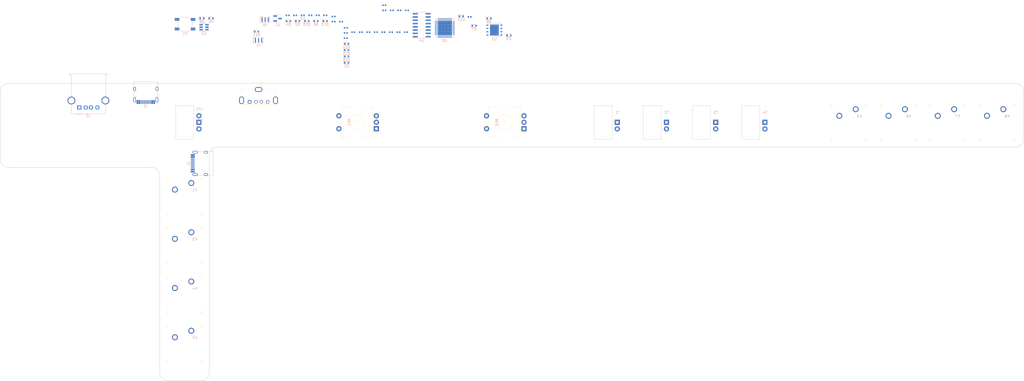
<source format=kicad_pcb>
(kicad_pcb (version 20211014) (generator pcbnew)
  (layers (0 "F.Cu" signal) (31 "B.Cu" signal) (34 "B.Paste" user) (35 "F.Paste" user) (36 "B.SilkS" user "B.Silkscreen") (37 "F.SilkS" user "F.Silkscreen") (38 "B.Mask" user) (39 "F.Mask" user) (44 "Edge.Cuts" user))
  (net 0 "")
  (net 1 "+3V3")
  (net 2 "GND")
  (net 3 "+1V1")
  (net 4 "VBUS")
  (net 5 "Net-(CU1-Pad2)")
  (net 6 "Net-(CU2-Pad2)")
  (net 7 "Net-(D1-Pad2)")
  (net 8 "12")
  (net 9 "Net-(D2-Pad2)")
  (net 10 "Net-(D3-Pad2)")
  (net 11 "Net-(D4-Pad2)")
  (net 12 "Net-(D5-Pad2)")
  (net 13 "25")
  (net 14 "Net-(D6-Pad2)")
  (net 15 "Net-(D7-Pad2)")
  (net 16 "Net-(D8-Pad2)")
  (net 17 "Net-(D9-Pad2)")
  (net 18 "24")
  (net 19 "Net-(D10-Pad2)")
  (net 20 "Net-(D11-Pad2)")
  (net 21 "Net-(D12-Pad2)")
  (net 22 "Net-(D13-Pad2)")
  (net 23 "23")
  (net 24 "Net-(D14-Pad2)")
  (net 25 "Net-(D15-Pad2)")
  (net 26 "Net-(D16-Pad2)")
  (net 27 "vUSB")
  (net 28 "UD+")
  (net 29 "Net-(J0-PadB5)")
  (net 31 "UD-")
  (net 32 "Net-(J0-PadA5)")
  (net 34 "U2+")
  (net 35 "Net-(J1-PadB5)")
  (net 37 "U2-")
  (net 38 "Net-(J1-PadA5)")
  (net 40 "D3-")
  (net 41 "D3+")
  (net 42 "D4-")
  (net 43 "D4+")
  (net 44 "15")
  (net 45 "14")
  (net 46 "DB-")
  (net 47 "DR-")
  (net 48 "DB+")
  (net 49 "DR+")
  (net 50 "Enc0A")
  (net 51 "Enc0B")
  (net 52 "Enc1A")
  (net 53 "Enc1B")
  (net 54 "CS")
  (net 55 "~{RESET}")
  (net 56 "XOUT")
  (net 57 "Net-(RX1-Pad2)")
  (net 58 "13")
  (net 59 "0")
  (net 60 "1")
  (net 61 "2")
  (net 62 "3")
  (net 63 "4")
  (net 64 "5")
  (net 65 "6")
  (net 66 "7")
  (net 67 "8")
  (net 68 "9")
  (net 69 "10")
  (net 70 "11")
  (net 71 "XIN")
  (net 74 "16")
  (net 75 "17")
  (net 76 "18")
  (net 77 "19")
  (net 78 "20")
  (net 79 "21")
  (net 80 "22")
  (net 81 "27{slash}A1")
  (net 82 "28{slash}A2")
  (net 83 "29{slash}A3")
  (net 84 "SD3")
  (net 85 "CLOCK")
  (net 86 "SD0")
  (net 87 "SD2")
  (net 88 "SD1")
  (net 89 "D2-")
  (net 90 "D1+")
  (net 91 "D2+")
  (net 92 "D1-")
  (net 93 "Net-(U4-Pad15)")
  (net 94 "Net-(U4-Pad16)")
  (footprint "EDI:SW_MX" (layer "F.Cu") (at 86.51875 143.66875)
    (fp_text reference "K2" (at 3.9685 -2.3811) (layer "B.SilkS") (effects (justify mirror)))
    (fp_text value "Keyswitch")
    (pad "" np_thru_hole circle locked (at 0 0) (size 3.9878 3.9878) (drill 3.9878) (layers *.Cu *.Mask))
    (pad "" np_thru_hole circle locked (at 5.08 0) (size 1.7018 1.7018) (drill 1.7018) (layers *.Cu *.Mask))
    (pad "" np_thru_hole circle locked (at -5.08 0) (size 1.7018 1.7018) (drill 1.7018) (layers *.Cu *.Mask))
    (pad "1" thru_hole circle locked (at 2.54 -5.08) (size 2.286 2.286) (drill 1.4986) (layers *.Cu *.Mask) (net 9 "Net-(D2-Pad2)"))
    (pad "2" thru_hole circle locked (at -3.81 -2.54) (size 2.286 2.286) (drill 1.4986) (layers *.Cu *.Mask) (net 45 "14"))
  )
  (footprint "EDI:KeyToggle-SPDT" (layer "F.Cu") (at 86.51875 57.94375)
    (fp_text reference "VT1" (at 5.588 -5.08 180) (layer "B.SilkS") (effects (justify mirror)))
    (fp_text value "SW_SPDT")
    (fp_rect (start -3.5 -6.5) (end 3.5 6.5) (layer "Edge.Cuts") (width 0.12) (fill none))
    (pad "1" thru_hole circle (at 5.492 2.54) (size 2 2) (drill 1) (layers *.Cu *.Mask) (net 11 "Net-(D4-Pad2)"))
    (pad "2" thru_hole rect (at 5.492 0) (size 2 2) (drill 1) (layers *.Cu *.Mask) (net 8 "12"))
    (pad "3" thru_hole circle (at 5.492 -2.54) (size 2 2) (drill 1) (layers *.Cu *.Mask) (net 12 "Net-(D5-Pad2)"))
  )
  (footprint "EDI:SW_MX" (layer "F.Cu") (at 343.69375 57.94375)
    (fp_text reference "K5" (at 3.9685 -2.3811) (layer "B.SilkS") (effects (justify mirror)))
    (fp_text value "Keyswitch")
    (pad "" np_thru_hole circle locked (at 5.08 0) (size 1.7018 1.7018) (drill 1.7018) (layers *.Cu *.Mask))
    (pad "" np_thru_hole circle locked (at 0 0) (size 3.9878 3.9878) (drill 3.9878) (layers *.Cu *.Mask))
    (pad "" np_thru_hole circle locked (at -5.08 0) (size 1.7018 1.7018) (drill 1.7018) (layers *.Cu *.Mask))
    (pad "1" thru_hole circle locked (at 2.54 -5.08) (size 2.286 2.286) (drill 1.4986) (layers *.Cu *.Mask) (net 19 "Net-(D10-Pad2)"))
    (pad "2" thru_hole circle locked (at -3.81 -2.54) (size 2.286 2.286) (drill 1.4986) (layers *.Cu *.Mask) (net 44 "15"))
  )
  (footprint "EDI:SW_MX" (layer "F.Cu") (at 381.79375 57.94375)
    (fp_text reference "K7" (at 3.9685 -2.3811) (layer "B.SilkS") (effects (justify mirror)))
    (fp_text value "Keyswitch")
    (pad "" np_thru_hole circle locked (at -5.08 0) (size 1.7018 1.7018) (drill 1.7018) (layers *.Cu *.Mask))
    (pad "" np_thru_hole circle locked (at 5.08 0) (size 1.7018 1.7018) (drill 1.7018) (layers *.Cu *.Mask))
    (pad "" np_thru_hole circle locked (at 0 0) (size 3.9878 3.9878) (drill 3.9878) (layers *.Cu *.Mask))
    (pad "1" thru_hole circle locked (at 2.54 -5.08) (size 2.286 2.286) (drill 1.4986) (layers *.Cu *.Mask) (net 22 "Net-(D13-Pad2)"))
    (pad "2" thru_hole circle locked (at -3.81 -2.54) (size 2.286 2.286) (drill 1.4986) (layers *.Cu *.Mask) (net 44 "15"))
  )
  (footprint "EDI:KeyToggle" (layer "F.Cu") (at 267.49375 57.94375)
    (fp_text reference "T2" (at 5.588 -3.81 180) (layer "B.SilkS") (effects (justify mirror)))
    (fp_text value "Keyswitch")
    (fp_rect (start -3.5 -6.5) (end 3.5 6.5) (layer "Edge.Cuts") (width 0.12) (fill none))
    (pad "1" thru_hole rect (at 5.492 0) (size 2 2) (drill 1) (layers *.Cu *.Mask) (net 16 "Net-(D8-Pad2)"))
    (pad "2" thru_hole circle (at 5.492 2.54) (size 2 2) (drill 1) (layers *.Cu *.Mask) (net 58 "13"))
  )
  (footprint "EDI:SW_MX" (layer "F.Cu") (at 362.74375 57.94375)
    (fp_text reference "K6" (at 3.9685 -2.3811) (layer "B.SilkS") (effects (justify mirror)))
    (fp_text value "Keyswitch")
    (pad "" np_thru_hole circle locked (at 5.08 0) (size 1.7018 1.7018) (drill 1.7018) (layers *.Cu *.Mask))
    (pad "" np_thru_hole circle locked (at 0 0) (size 3.9878 3.9878) (drill 3.9878) (layers *.Cu *.Mask))
    (pad "" np_thru_hole circle locked (at -5.08 0) (size 1.7018 1.7018) (drill 1.7018) (layers *.Cu *.Mask))
    (pad "1" thru_hole circle locked (at 2.54 -5.08) (size 2.286 2.286) (drill 1.4986) (layers *.Cu *.Mask) (net 20 "Net-(D11-Pad2)"))
    (pad "2" thru_hole circle locked (at -3.81 -2.54) (size 2.286 2.286) (drill 1.4986) (layers *.Cu *.Mask) (net 45 "14"))
  )
  (footprint "EDI:SW_MX" (layer "F.Cu") (at 86.51875 86.51875)
    (fp_text reference "K1" (at 3.9685 -2.3811) (layer "B.SilkS") (effects (justify mirror)))
    (fp_text value "Keyswitch")
    (pad "" np_thru_hole circle locked (at -5.08 0) (size 1.7018 1.7018) (drill 1.7018) (layers *.Cu *.Mask))
    (pad "" np_thru_hole circle locked (at 5.08 0) (size 1.7018 1.7018) (drill 1.7018) (layers *.Cu *.Mask))
    (pad "" np_thru_hole circle locked (at 0 0) (size 3.9878 3.9878) (drill 3.9878) (layers *.Cu *.Mask))
    (pad "1" thru_hole circle locked (at 2.54 -5.08) (size 2.286 2.286) (drill 1.4986) (layers *.Cu *.Mask) (net 7 "Net-(D1-Pad2)"))
    (pad "2" thru_hole circle locked (at -3.81 -2.54) (size 2.286 2.286) (drill 1.4986) (layers *.Cu *.Mask) (net 44 "15"))
  )
  (footprint "EDI:EC11E-SW" (layer "F.Cu") (at 153.19375 57.94375 90)
    (fp_text reference "RE1" (at 0 -3 90) (layer "B.SilkS") (effects (justify mirror)))
    (fp_text value "EC11E-SW")
    (pad "1" thru_hole circle (at 2.5362 -7.007 180) (size 2 2) (drill 1) (layers *.Cu *.Mask) (net 17 "Net-(D9-Pad2)"))
    (pad "2" thru_hole circle (at -2.4638 -7.007 180) (size 2 2) (drill 1) (layers *.Cu *.Mask) (net 8 "12"))
    (pad "A" thru_hole rect (at -2.4638 7.493 180) (size 2 2) (drill 1) (layers *.Cu *.Mask) (net 50 "Enc0A"))
    (pad "B" thru_hole circle (at 2.5362 7.493 180) (size 2 2) (drill 1) (layers *.Cu *.Mask) (net 51 "Enc0B"))
    (pad "C" thru_hole circle (at 0.0362 7.493 180) (size 2 2) (drill 1) (layers *.Cu *.Mask) (net 2 "GND"))
  )
  (footprint "EDI:KeyToggle" (layer "F.Cu") (at 248.44375 57.94375)
    (fp_text reference "T1" (at 5.588 -3.81 180) (layer "B.SilkS") (effects (justify mirror)))
    (fp_text value "Keyswitch")
    (fp_rect (start -3.5 -6.5) (end 3.5 6.5) (layer "Edge.Cuts") (width 0.12) (fill none))
    (pad "1" thru_hole rect (at 5.492 0) (size 2 2) (drill 1) (layers *.Cu *.Mask) (net 10 "Net-(D3-Pad2)"))
    (pad "2" thru_hole circle (at 5.492 2.54) (size 2 2) (drill 1) (layers *.Cu *.Mask) (net 58 "13"))
  )
  (footprint "Connector_USB:USB_A_Molex_105057_Vertical" (layer "F.Cu") (at 111.59375 50.01)
    (fp_text reference "J3" (at 4.4 -7.05) (layer "F.SilkS"))
    (fp_text value "USB_A")
    (pad "1" thru_hole rect locked (at 0 0) (size 1.3 1.3) (drill 0.9) (layers *.Cu *.Mask) (net 4 "VBUS"))
    (pad "2" thru_hole circle locked (at 2.5 0) (size 1.3 1.3) (drill 0.9) (layers *.Cu *.Mask) (net 42 "D4-"))
    (pad "3" thru_hole circle locked (at 4.5 0) (size 1.3 1.3) (drill 0.9) (layers *.Cu *.Mask) (net 43 "D4+"))
    (pad "4" thru_hole circle locked (at 7 0) (size 1.3 1.3) (drill 0.9) (layers *.Cu *.Mask) (net 2 "GND"))
    (pad "5" thru_hole oval locked (at -3.07 -0.6 180) (size 1.9 2.9) (drill oval 1.3 2.3) (layers *.Cu *.Mask) (net 2 "GND"))
    (pad "5" thru_hole oval locked (at 10.07 -0.6) (size 1.9 2.9) (drill oval 1.3 2.3) (layers *.Cu *.Mask) (net 2 "GND"))
    (pad "5" thru_hole oval locked (at 3.5 -4.78 90) (size 1.9 2.9) (drill oval 1.3 2.3) (layers *.Cu *.Mask) (net 2 "GND"))
  )
  (footprint "EDI:KeyToggle" (layer "F.Cu") (at 286.54375 57.94375)
    (fp_text reference "T3" (at 5.588 -3.81 180) (layer "B.SilkS") (effects (justify mirror)))
    (fp_text value "Keyswitch")
    (fp_rect (start -3.5 -6.5) (end 3.5 6.5) (layer "Edge.Cuts") (width 0.12) (fill none))
    (pad "1" thru_hole rect (at 5.492 0) (size 2 2) (drill 1) (layers *.Cu *.Mask) (net 21 "Net-(D12-Pad2)"))
    (pad "2" thru_hole circle (at 5.492 2.54) (size 2 2) (drill 1) (layers *.Cu *.Mask) (net 58 "13"))
  )
  (footprint "EDI:SW_MX" (layer "F.Cu") (at 86.51875 105.56875)
    (fp_text reference "K3" (at 3.9685 -2.3811) (layer "B.SilkS") (effects (justify mirror)))
    (fp_text value "Keyswitch")
    (pad "" np_thru_hole circle locked (at 5.08 0) (size 1.7018 1.7018) (drill 1.7018) (layers *.Cu *.Mask))
    (pad "" np_thru_hole circle locked (at -5.08 0) (size 1.7018 1.7018) (drill 1.7018) (layers *.Cu *.Mask))
    (pad "" np_thru_hole circle locked (at 0 0) (size 3.9878 3.9878) (drill 3.9878) (layers *.Cu *.Mask))
    (pad "1" thru_hole circle locked (at 2.54 -5.08) (size 2.286 2.286) (drill 1.4986) (layers *.Cu *.Mask) (net 14 "Net-(D6-Pad2)"))
    (pad "2" thru_hole circle locked (at -3.81 -2.54) (size 2.286 2.286) (drill 1.4986) (layers *.Cu *.Mask) (net 44 "15"))
  )
  (footprint "EDI:KeyToggle" (layer "F.Cu") (at 305.59375 57.94375)
    (fp_text reference "T4" (at 5.588 -3.81 180) (layer "B.SilkS") (effects (justify mirror)))
    (fp_text value "Keyswitch")
    (fp_rect (start -3.5 -6.5) (end 3.5 6.5) (layer "Edge.Cuts") (width 0.12) (fill none))
    (pad "1" thru_hole rect (at 5.492 0) (size 2 2) (drill 1) (layers *.Cu *.Mask) (net 25 "Net-(D15-Pad2)"))
    (pad "2" thru_hole circle (at 5.492 2.54) (size 2 2) (drill 1) (layers *.Cu *.Mask) (net 58 "13"))
  )
  (footprint "EDI:SW_MX" (layer "F.Cu") (at 86.51875 124.61875)
    (fp_text reference "K4" (at 3.9685 -2.3811) (layer "B.SilkS") (effects (justify mirror)))
    (fp_text value "Keyswitch")
    (pad "" np_thru_hole circle locked (at -5.08 0) (size 1.7018 1.7018) (drill 1.7018) (layers *.Cu *.Mask))
    (pad "" np_thru_hole circle locked (at 0 0) (size 3.9878 3.9878) (drill 3.9878) (layers *.Cu *.Mask))
    (pad "" np_thru_hole circle locked (at 5.08 0) (size 1.7018 1.7018) (drill 1.7018) (layers *.Cu *.Mask))
    (pad "1" thru_hole circle locked (at 2.54 -5.08) (size 2.286 2.286) (drill 1.4986) (layers *.Cu *.Mask) (net 15 "Net-(D7-Pad2)"))
    (pad "2" thru_hole circle locked (at -3.81 -2.54) (size 2.286 2.286) (drill 1.4986) (layers *.Cu *.Mask) (net 45 "14"))
  )
  (footprint "EDI:SW_MX" (layer "F.Cu") (at 400.84375 57.94375)
    (fp_text reference "K8" (at 3.9685 -2.3811) (layer "B.SilkS") (effects (justify mirror)))
    (fp_text value "Keyswitch")
    (pad "" np_thru_hole circle locked (at 5.08 0) (size 1.7018 1.7018) (drill 1.7018) (layers *.Cu *.Mask))
    (pad "" np_thru_hole circle locked (at 0 0) (size 3.9878 3.9878) (drill 3.9878) (layers *.Cu *.Mask))
    (pad "" np_thru_hole circle locked (at -5.08 0) (size 1.7018 1.7018) (drill 1.7018) (layers *.Cu *.Mask))
    (pad "1" thru_hole circle locked (at 2.54 -5.08) (size 2.286 2.286) (drill 1.4986) (layers *.Cu *.Mask) (net 24 "Net-(D14-Pad2)"))
    (pad "2" thru_hole circle locked (at -3.81 -2.54) (size 2.286 2.286) (drill 1.4986) (layers *.Cu *.Mask) (net 45 "14"))
  )
  (footprint "EDI:EC11E-SW" (layer "F.Cu") (at 210.34375 57.94375 90)
    (fp_text reference "RE2" (at 0 -3 90) (layer "B.SilkS") (effects (justify mirror)))
    (fp_text value "EC11E-SW")
    (pad "1" thru_hole circle (at 2.5362 -7.007 180) (size 2 2) (drill 1) (layers *.Cu *.Mask) (net 26 "Net-(D16-Pad2)"))
    (pad "2" thru_hole circle (at -2.4638 -7.007 180) (size 2 2) (drill 1) (layers *.Cu *.Mask) (net 8 "12"))
    (pad "A" thru_hole rect (at -2.4638 7.493 180) (size 2 2) (drill 1) (layers *.Cu *.Mask) (net 52 "Enc1A"))
    (pad "B" thru_hole circle (at 2.5362 7.493 180) (size 2 2) (drill 1) (layers *.Cu *.Mask) (net 53 "Enc1B"))
    (pad "C" thru_hole circle (at 0.0362 7.493 180) (size 2 2) (drill 1) (layers *.Cu *.Mask) (net 2 "GND"))
  )
  (footprint "EDI:Passive_0402_1005Metric" (layer "B.Cu") (at 163.775 14.59)
    (fp_text reference "RF2" hide)
    (fp_text value "1k")
    (pad "1" smd roundrect (at -0.485 0) (size 0.59 0.64) (layers "B.Cu" "B.Paste" "B.Mask") (net 1 "+3V3"))
    (pad "2" smd roundrect (at 0.485 0) (size 0.59 0.64) (layers "B.Cu" "B.Paste" "B.Mask") (net 54 "CS"))
  )
  (footprint "EDI:Passive_0402_1005Metric" (layer "B.Cu") (at 172.1375 23.03)
    (fp_text reference "RD0" hide)
    (fp_text value "27.4")
    (pad "1" smd roundrect (at -0.485 0) (size 0.59 0.64) (layers "B.Cu" "B.Paste" "B.Mask") (net 46 "DB-"))
    (pad "2" smd roundrect (at 0.485 0) (size 0.59 0.64) (layers "B.Cu" "B.Paste" "B.Mask") (net 47 "DR-"))
  )
  (footprint "EDI:Passive_0402_1005Metric" (layer "B.Cu") (at 166.3175 23.03)
    (fp_text reference "C11" hide)
    (fp_text value "1uf")
    (pad "1" smd roundrect (at -0.485 0) (size 0.59 0.64) (layers "B.Cu" "B.Paste" "B.Mask") (net 3 "+1V1"))
    (pad "2" smd roundrect (at 0.485 0) (size 0.59 0.64) (layers "B.Cu" "B.Paste" "B.Mask") (net 2 "GND"))
  )
  (footprint "Crystal:Resonator_SMD_Murata_CSTxExxV-3Pin_3.0x1.1mm" (layer "B.Cu") (at 115.09375 26.18875)
    (fp_text reference "Y1" (at 0 2 180) (layer "B.SilkS") (effects (justify mirror)))
    (fp_text value "CSTCE12M0G55-R0")
    (pad "1" smd rect locked (at -1.2 0) (size 0.4 1.9) (layers "B.Cu" "B.Paste" "B.Mask") (net 93 "Net-(U4-Pad15)"))
    (pad "2" smd rect locked (at 0 0) (size 0.4 1.9) (layers "B.Cu" "B.Paste" "B.Mask") (net 2 "GND"))
    (pad "3" smd rect locked (at 1.2 0) (size 0.4 1.9) (layers "B.Cu" "B.Paste" "B.Mask") (net 94 "Net-(U4-Pad16)"))
  )
  (footprint "Connector_USB:USB_A_Molex_67643_Horizontal" (layer "B.Cu") (at 45.7125 52.19125)
    (fp_text reference "J2" (at 3.5 3.19) (layer "B.SilkS") (effects (justify mirror)))
    (fp_text value "USB_A")
    (pad "1" thru_hole rect locked (at 0 0) (size 1.6 1.5) (drill 0.95) (layers *.Cu *.Mask) (net 4 "VBUS"))
    (pad "2" thru_hole circle locked (at 2.5 0) (size 1.6 1.6) (drill 0.95) (layers *.Cu *.Mask) (net 40 "D3-"))
    (pad "3" thru_hole circle locked (at 4.5 0) (size 1.6 1.6) (drill 0.95) (layers *.Cu *.Mask) (net 41 "D3+"))
    (pad "4" thru_hole circle locked (at 7 0) (size 1.6 1.6) (drill 0.95) (layers *.Cu *.Mask) (net 2 "GND"))
    (pad "5" thru_hole circle locked (at 10.07 -2.71) (size 3 3) (drill 2.3) (layers *.Cu *.Mask) (net 2 "GND"))
    (pad "5" thru_hole circle locked (at -3.07 -2.71) (size 3 3) (drill 2.3) (layers *.Cu *.Mask) (net 2 "GND"))
  )
  (footprint "EDI:Passive_0402_1005Metric" (layer "B.Cu") (at 138.0075 16.52)
    (fp_text reference "CU2" hide)
    (fp_text value "10uF")
    (pad "1" smd roundrect (at -0.485 0) (size 0.59 0.64) (layers "B.Cu" "B.Paste" "B.Mask") (net 2 "GND"))
    (pad "2" smd roundrect (at 0.485 0) (size 0.59 0.64) (layers "B.Cu" "B.Paste" "B.Mask") (net 6 "Net-(CU2-Pad2)"))
  )
  (footprint "Diode_SMD:D_SOD-523" (layer "B.Cu") (at 93.1875 17.65)
    (fp_text reference "D8" (at 0 1.3 180) (layer "B.SilkS") (effects (justify mirror)))
    (fp_text value "SOD523")
    (pad "1" smd rect locked (at -0.7 0 180) (size 0.6 0.7) (layers "B.Cu" "B.Paste" "B.Mask") (net 13 "25"))
    (pad "2" smd rect locked (at 0.7 0 180) (size 0.6 0.7) (layers "B.Cu" "B.Paste" "B.Mask") (net 16 "Net-(D8-Pad2)"))
  )
  (footprint "EDI:Passive_0402_1005Metric" (layer "B.Cu") (at 147.0275 18.97)
    (fp_text reference "C2" hide)
    (fp_text value "100nF")
    (pad "1" smd roundrect (at -0.485 0) (size 0.59 0.64) (layers "B.Cu" "B.Paste" "B.Mask") (net 1 "+3V3"))
    (pad "2" smd roundrect (at 0.485 0) (size 0.59 0.64) (layers "B.Cu" "B.Paste" "B.Mask") (net 2 "GND"))
  )
  (footprint "Button_Switch_SMD:SW_SPST_SKQG_WithoutStem" (layer "B.Cu") (at 86.6375 19.95)
    (fp_text reference "S1" (at 0 3.6 180) (layer "B.SilkS") (effects (justify mirror)))
    (fp_text value "RESET")
    (pad "1" smd rect locked (at 3.1 1.85) (size 1.8 1.1) (layers "B.Cu" "B.Paste" "B.Mask") (net 2 "GND"))
    (pad "1" smd rect locked (at -3.1 1.85) (size 1.8 1.1) (layers "B.Cu" "B.Paste" "B.Mask") (net 2 "GND"))
    (pad "2" smd rect locked (at 3.1 -1.85) (size 1.8 1.1) (layers "B.Cu" "B.Paste" "B.Mask") (net 55 "~{RESET}"))
    (pad "2" smd rect locked (at -3.1 -1.85) (size 1.8 1.1) (layers "B.Cu" "B.Paste" "B.Mask") (net 55 "~{RESET}"))
  )
  (footprint "Diode_SMD:D_SOD-523" (layer "B.Cu") (at 114.30875 22.80375)
    (fp_text reference "D11" (at 0 1.3 180) (layer "B.SilkS") (effects (justify mirror)))
    (fp_text value "SOD523")
    (pad "1" smd rect locked (at -0.7 0 180) (size 0.6 0.7) (layers "B.Cu" "B.Paste" "B.Mask") (net 18 "24"))
    (pad "2" smd rect locked (at 0.7 0 180) (size 0.6 0.7) (layers "B.Cu" "B.Paste" "B.Mask") (net 20 "Net-(D11-Pad2)"))
  )
  (footprint "Diode_SMD:D_SOD-523" (layer "B.Cu") (at 140.8875 18.74)
    (fp_text reference "D13" (at 0 1.3 180) (layer "B.SilkS") (effects (justify mirror)))
    (fp_text value "SOD523")
    (pad "1" smd rect locked (at -0.7 0 180) (size 0.6 0.7) (layers "B.Cu" "B.Paste" "B.Mask") (net 23 "23"))
    (pad "2" smd rect locked (at 0.7 0 180) (size 0.6 0.7) (layers "B.Cu" "B.Paste" "B.Mask") (net 22 "Net-(D13-Pad2)"))
  )
  (footprint "Connector_USB:USB_C_Receptacle_HRO_TYPE-C-31-M-12" (layer "B.Cu") (at 71.4375 46.0375)
    (fp_text reference "J0" (at 0 5.645) (layer "B.SilkS") (effects (justify mirror)))
    (fp_text value "USB")
    (pad "" np_thru_hole circle locked (at 2.89 2.6) (size 0.65 0.65) (drill 0.65) (layers *.Cu *.Mask))
    (pad "" np_thru_hole circle locked (at -2.89 2.6) (size 0.65 0.65) (drill 0.65) (layers *.Cu *.Mask))
    (pad "A1" smd rect locked (at -3.25 4.045) (size 0.6 1.45) (layers "B.Cu" "B.Paste" "B.Mask") (net 2 "GND"))
    (pad "A4" smd rect locked (at -2.45 4.045) (size 0.6 1.45) (layers "B.Cu" "B.Paste" "B.Mask") (net 27 "vUSB"))
    (pad "A5" smd rect locked (at -1.25 4.045) (size 0.3 1.45) (layers "B.Cu" "B.Paste" "B.Mask") (net 32 "Net-(J0-PadA5)"))
    (pad "A6" smd rect locked (at -0.25 4.045) (size 0.3 1.45) (layers "B.Cu" "B.Paste" "B.Mask") (net 28 "UD+"))
    (pad "A7" smd rect locked (at 0.25 4.045) (size 0.3 1.45) (layers "B.Cu" "B.Paste" "B.Mask") (net 31 "UD-"))
    (pad "A8" smd rect locked (at 1.25 4.045) (size 0.3 1.45) (layers "B.Cu" "B.Paste" "B.Mask"))
    (pad "A9" smd rect locked (at 2.45 4.045) (size 0.6 1.45) (layers "B.Cu" "B.Paste" "B.Mask") (net 27 "vUSB"))
    (pad "A12" smd rect locked (at 3.25 4.045) (size 0.6 1.45) (layers "B.Cu" "B.Paste" "B.Mask") (net 2 "GND"))
    (pad "B1" smd rect locked (at 3.25 4.045) (size 0.6 1.45) (layers "B.Cu" "B.Paste" "B.Mask") (net 2 "GND"))
    (pad "B4" smd rect locked (at 2.45 4.045) (size 0.6 1.45) (layers "B.Cu" "B.Paste" "B.Mask") (net 27 "vUSB"))
    (pad "B5" smd rect locked (at 1.75 4.045) (size 0.3 1.45) (layers "B.Cu" "B.Paste" "B.Mask") (net 29 "Net-(J0-PadB5)"))
    (pad "B6" smd rect locked (at 0.75 4.045) (size 0.3 1.45) (layers "B.Cu" "B.Paste" "B.Mask") (net 28 "UD+"))
    (pad "B7" smd rect locked (at -0.75 4.045) (size 0.3 1.45) (layers "B.Cu" "B.Paste" "B.Mask") (net 31 "UD-"))
    (pad "B8" smd rect locked (at -1.75 4.045) (size 0.3 1.45) (layers "B.Cu" "B.Paste" "B.Mask"))
    (pad "B9" smd rect locked (at -2.45 4.045) (size 0.6 1.45) (layers "B.Cu" "B.Paste" "B.Mask") (net 27 "vUSB"))
    (pad "B12" smd rect locked (at -3.25 4.045) (size 0.6 1.45) (layers "B.Cu" "B.Paste" "B.Mask") (net 2 "GND"))
    (pad "S1" thru_hole oval locked (at -4.32 3.13) (size 1 2.1) (drill oval 0.6 1.7) (layers *.Cu *.Mask) (net 2 "GND"))
    (pad "S1" thru_hole oval locked (at -4.32 -1.05) (size 1 1.6) (drill oval 0.6 1.2) (layers *.Cu *.Mask) (net 2 "GND"))
    (pad "S1" thru_hole oval locked (at 4.32 -1.05) (size 1 1.6) (drill oval 0.6 1.2) (layers *.Cu *.Mask) (net 2 "GND"))
    (pad "S1" thru_hole oval locked (at 4.32 3.13) (size 1 2.1) (drill oval 0.6 1.7) (layers *.Cu *.Mask) (net 2 "GND"))
  )
  (footprint "EDI:Passive_0402_1005Metric" (layer "B.Cu") (at 154.6775 23.03)
    (fp_text reference "RD1" hide)
    (fp_text value "27.4")
    (pad "1" smd roundrect (at -0.485 0) (size 0.59 0.64) (layers "B.Cu" "B.Paste" "B.Mask") (net 48 "DB+"))
    (pad "2" smd roundrect (at 0.485 0) (size 0.59 0.64) (layers "B.Cu" "B.Paste" "B.Mask") (net 49 "DR+"))
  )
  (footprint "EDI:Passive_0402_1005Metric" (layer "B.Cu") (at 126.3675 16.52)
    (fp_text reference "RC21" hide)
    (fp_text value "5k1")
    (pad "1" smd roundrect (at -0.485 0) (size 0.59 0.64) (layers "B.Cu" "B.Paste" "B.Mask") (net 38 "Net-(J1-PadA5)"))
    (pad "2" smd roundrect (at 0.485 0) (size 0.59 0.64) (layers "B.Cu" "B.Paste" "B.Mask") (net 2 "GND"))
  )
  (footprint "EDI:Passive_0402_1005Metric" (layer "B.Cu") (at 135.0975 16.52)
    (fp_text reference "RC1" hide)
    (fp_text value "5k1")
    (pad "1" smd roundrect (at -0.485 0) (size 0.59 0.64) (layers "B.Cu" "B.Paste" "B.Mask") (net 32 "Net-(J0-PadA5)"))
    (pad "2" smd roundrect (at 0.485 0) (size 0.59 0.64) (layers "B.Cu" "B.Paste" "B.Mask") (net 2 "GND"))
  )
  (footprint "EDI:Passive_0402_1005Metric" (layer "B.Cu") (at 169.595 14.59)
    (fp_text reference "CP0" hide)
    (fp_text value "1uf")
    (pad "1" smd roundrect (at -0.485 0) (size 0.59 0.64) (layers "B.Cu" "B.Paste" "B.Mask") (net 2 "GND"))
    (pad "2" smd roundrect (at 0.485 0) (size 0.59 0.64) (layers "B.Cu" "B.Paste" "B.Mask") (net 4 "VBUS"))
  )
  (footprint "Package_DFN_QFN:QFN-56-1EP_7x7mm_P0.4mm_EP5.6x5.6mm_ThermalVias" (layer "B.Cu") (at 187.165 21.41)
    (fp_text reference "U0" (at 0 4.82 180) (layer "B.SilkS") (effects (justify mirror)))
    (fp_text value "RP2040")
    (pad "1" smd roundrect locked (at -3.4375 2.6) (size 0.875 0.2) (layers "B.Cu" "B.Paste" "B.Mask") (net 1 "+3V3"))
    (pad "2" smd roundrect locked (at -3.4375 2.2) (size 0.875 0.2) (layers "B.Cu" "B.Paste" "B.Mask") (net 59 "0"))
    (pad "3" smd roundrect locked (at -3.4375 1.8) (size 0.875 0.2) (layers "B.Cu" "B.Paste" "B.Mask") (net 60 "1"))
    (pad "4" smd roundrect locked (at -3.4375 1.4) (size 0.875 0.2) (layers "B.Cu" "B.Paste" "B.Mask") (net 61 "2"))
    (pad "5" smd roundrect locked (at -3.4375 1) (size 0.875 0.2) (layers "B.Cu" "B.Paste" "B.Mask") (net 62 "3"))
    (pad "6" smd roundrect locked (at -3.4375 0.6) (size 0.875 0.2) (layers "B.Cu" "B.Paste" "B.Mask") (net 63 "4"))
    (pad "7" smd roundrect locked (at -3.4375 0.2) (size 0.875 0.2) (layers "B.Cu" "B.Paste" "B.Mask") (net 64 "5"))
    (pad "8" smd roundrect locked (at -3.4375 -0.2) (size 0.875 0.2) (layers "B.Cu" "B.Paste" "B.Mask") (net 65 "6"))
    (pad "9" smd roundrect locked (at -3.4375 -0.6) (size 0.875 0.2) (layers "B.Cu" "B.Paste" "B.Mask") (net 66 "7"))
    (pad "10" smd roundrect locked (at -3.4375 -1) (size 0.875 0.2) (layers "B.Cu" "B.Paste" "B.Mask") (net 1 "+3V3"))
    (pad "11" smd roundrect locked (at -3.4375 -1.4) (size 0.875 0.2) (layers "B.Cu" "B.Paste" "B.Mask") (net 67 "8"))
    (pad "12" smd roundrect locked (at -3.4375 -1.8) (size 0.875 0.2) (layers "B.Cu" "B.Paste" "B.Mask") (net 68 "9"))
    (pad "13" smd roundrect locked (at -3.4375 -2.2) (size 0.875 0.2) (layers "B.Cu" "B.Paste" "B.Mask") (net 69 "10"))
    (pad "14" smd roundrect locked (at -3.4375 -2.6) (size 0.875 0.2) (layers "B.Cu" "B.Paste" "B.Mask") (net 70 "11"))
    (pad "15" smd roundrect locked (at -2.6 -3.4375) (size 0.2 0.875) (layers "B.Cu" "B.Paste" "B.Mask") (net 8 "12"))
    (pad "16" smd roundrect locked (at -2.2 -3.4375) (size 0.2 0.875) (layers "B.Cu" "B.Paste" "B.Mask") (net 58 "13"))
    (pad "17" smd roundrect locked (at -1.8 -3.4375) (size 0.2 0.875) (layers "B.Cu" "B.Paste" "B.Mask") (net 45 "14"))
    (pad "18" smd roundrect locked (at -1.4 -3.4375) (size 0.2 0.875) (layers "B.Cu" "B.Paste" "B.Mask") (net 44 "15"))
    (pad "19" smd roundrect locked (at -1 -3.4375) (size 0.2 0.875) (layers "B.Cu" "B.Paste" "B.Mask") (net 2 "GND"))
    (pad "20" smd roundrect locked (at -0.6 -3.4375) (size 0.2 0.875) (layers "B.Cu" "B.Paste" "B.Mask") (net 71 "XIN"))
    (pad "21" smd roundrect locked (at -0.2 -3.4375) (size 0.2 0.875) (layers "B.Cu" "B.Paste" "B.Mask") (net 56 "XOUT"))
    (pad "22" smd roundrect locked (at 0.2 -3.4375) (size 0.2 0.875) (layers "B.Cu" "B.Paste" "B.Mask") (net 1 "+3V3"))
    (pad "23" smd roundrect locked (at 0.6 -3.4375) (size 0.2 0.875) (layers "B.Cu" "B.Paste" "B.Mask") (net 3 "+1V1"))
    (pad "24" smd roundrect locked (at 1 -3.4375) (size 0.2 0.875) (layers "B.Cu" "B.Paste" "B.Mask"))
    (pad "25" smd roundrect locked (at 1.4 -3.4375) (size 0.2 0.875) (layers "B.Cu" "B.Paste" "B.Mask"))
    (pad "26" smd roundrect locked (at 1.8 -3.4375) (size 0.2 0.875) (layers "B.Cu" "B.Paste" "B.Mask") (net 55 "~{RESET}"))
    (pad "27" smd roundrect locked (at 2.2 -3.4375) (size 0.2 0.875) (layers "B.Cu" "B.Paste" "B.Mask") (net 74 "16"))
    (pad "28" smd roundrect locked (at 2.6 -3.4375) (size 0.2 0.875) (layers "B.Cu" "B.Paste" "B.Mask") (net 75 "17"))
    (pad "29" smd roundrect locked (at 3.4375 -2.6) (size 0.875 0.2) (layers "B.Cu" "B.Paste" "B.Mask") (net 76 "18"))
    (pad "30" smd roundrect locked (at 3.4375 -2.2) (size 0.875 0.2) (layers "B.Cu" "B.Paste" "B.Mask") (net 77 "19"))
    (pad "31" smd roundrect locked (at 3.4375 -1.8) (size 0.875 0.2) (layers "B.Cu" "B.Paste" "B.Mask") (net 78 "20"))
    (pad "32" smd roundrect locked (at 3.4375 -1.4) (size 0.875 0.2) (layers "B.Cu" "B.Paste" "B.Mask") (net 79 "21"))
    (pad "33" smd roundrect locked (at 3.4375 -1) (size 0.875 0.2) (layers "B.Cu" "B.Paste" "B.Mask") (net 1 "+3V3"))
    (pad "34" smd roundrect locked (at 3.4375 -0.6) (size 0.875 0.2) (layers "B.Cu" "B.Paste" "B.Mask") (net 80 "22"))
    (pad "35" smd roundrect locked (at 3.4375 -0.2) (size 0.875 0.2) (layers "B.Cu" "B.Paste" "B.Mask") (net 23 "23"))
    (pad "36" smd roundrect locked (at 3.4375 0.2) (size 0.875 0.2) (layers "B.Cu" "B.Paste" "B.Mask") (net 18 "24"))
    (pad "37" smd roundrect locked (at 3.4375 0.6) (size 0.875 0.2) (layers "B.Cu" "B.Paste" "B.Mask") (net 13 "25"))
    (pad "38" smd roundrect locked (at 3.4375 1) (size 0.875 0.2) (layers "B.Cu" "B.Paste" "B.Mask") (net 8 "12"))
    (pad "39" smd roundrect locked (at 3.4375 1.4) (size 0.875 0.2) (layers "B.Cu" "B.Paste" "B.Mask") (net 81 "27{slash}A1"))
    (pad "40" smd roundrect locked (at 3.4375 1.8) (size 0.875 0.2) (layers "B.Cu" "B.Paste" "B.Mask") (net 82 "28{slash}A2"))
    (pad "41" smd roundrect locked (at 3.4375 2.2) (size 0.875 0.2) (layers "B.Cu" "B.Paste" "B.Mask") (net 83 "29{slash}A3"))
    (pad "42" smd roundrect locked (at 3.4375 2.6) (size 0.875 0.2) (layers "B.Cu" "B.Paste" "B.Mask") (net 1 "+3V3"))
    (pad "43" smd roundrect locked (at 2.6 3.4375) (size 0.2 0.875) (layers "B.Cu" "B.Paste" "B.Mask") (net 1 "+3V3"))
    (pad "44" smd roundrect locked (at 2.2 3.4375) (size 0.2 0.875) (layers "B.Cu" "B.Paste" "B.Mask") (net 1 "+3V3"))
    (pad "45" smd roundrect locked (at 1.8 3.4375) (size 0.2 0.875) (layers "B.Cu" "B.Paste" "B.Mask") (net 3 "+1V1"))
    (pad "46" smd roundrect locked (at 1.4 3.4375) (size 0.2 0.875) (layers "B.Cu" "B.Paste" "B.Mask") (net 47 "DR-"))
    (pad "47" smd roundrect locked (at 1 3.4375) (size 0.2 0.875) (layers "B.Cu" "B.Paste" "B.Mask") (net 49 "DR+"))
    (pad "48" smd roundrect locked (at 0.6 3.4375) (size 0.2 0.875) (layers "B.Cu" "B.Paste" "B.Mask") (net 1 "+3V3"))
    (pad "49" smd roundrect locked (at 0.2 3.4375) (size 0.2 0.875) (layers "B.Cu" "B.Paste" "B.Mask") (net 1 "+3V3"))
    (pad "50" smd roundrect locked (at -0.2 3.4375) (size 0.2 0.875) (layers "B.Cu" "B.Paste" "B.Mask") (net 3 "+1V1"))
    (pad "51" smd roundrect locked (at -0.6 3.4375) (size 0.2 0.875) (layers "B.Cu" "B.Paste" "B.Mask") (net 84 "SD3"))
    (pad "52" smd roundrect locked (at -1 3.4375) (size 0.2 0.875) (layers "B.Cu" "B.Paste" "B.Mask") (net 85 "CLOCK"))
    (pad "53" smd roundrect locked (at -1.4 3.4375) (size 0.2 0.875) (layers "B.Cu" "B.Paste" "B.Mask") (net 86 "SD0"))
    (pad "54" smd roundrect locked (at -1.8 3.4375) (size 0.2 0.875) (layers "B.Cu" "B.Paste" "B.Mask") (net 87 "SD2"))
    (pad "55" smd roundrect locked (at -2.2 3.4375) (size 0.2 0.875) (layers "B.Cu" "B.Paste" "B.Mask") (net 88 "SD1"))
    (pad "56" smd roundrect locked (at -2.6 3.4375) (size 0.2 0.875) (layers "B.Cu" "B.Paste" "B.Mask") (net 54 "CS"))
    (pad "57" thru_hole circle locked (at -1.275 2.55) (size 0.5 0.5) (drill 0.2) (layers *.Cu) (net 2 "GND"))
    (pad "57" thru_hole circle locked (at -2.55 -1.275) (size 0.5 0.5) (drill 0.2) (layers *.Cu) (net 2 "GND"))
    (pad "57" thru_hole circle locked (at 0 1.275) (size 0.5 0.5) (drill 0.2) (layers *.Cu) (net 2 "GND"))
    (pad "57" thru_hole circle locked (at 1.275 -2.55) (size 0.5 0.5) (drill 0.2) (layers *.Cu) (net 2 "GND"))
    (pad "57" thru_hole circle locked (at 1.275 0) (size 0.5 0.5) (drill 0.2) (layers *.Cu) (net 2 "GND"))
    (pad "57" thru_hole circle locked (at 0 0) (size 0.5 0.5) (drill 0.2) (layers *.Cu) (net 2 "GND"))
    (pad "57" smd rect locked (at 0 0) (size 5.6 5.6) (layers "B.Cu" "B.Mask") (net 2 "GND"))
    (pad "57" thru_hole circle locked (at -1.275 1.275) (size 0.5 0.5) (drill 0.2) (layers *.Cu) (net 2 "GND"))
    (pad "57" thru_hole circle locked (at 2.55 2.55) (size 0.5 0.5) (drill 0.2) (layers *.Cu) (net 2 "GND"))
    (pad "57" thru_hole circle locked (at -2.55 -2.55) (size 0.5 0.5) (drill 0.2) (layers *.Cu) (net 2 "GND"))
    (pad "57" thru_hole circle locked (at 1.275 2.55) (size 0.5 0.5) (drill 0.2) (layers *.Cu) (net 2 "GND"))
    (pad "57" thru_hole circle locked (at -2.55 1.275) (size 0.5 0.5) (drill 0.2) (layers *.Cu) (net 2 "GND"))
    (pad "57" thru_hole circle locked (at -2.55 0) (size 0.5 0.5) (drill 0.2) (layers *.Cu) (net 2 "GND"))
    (pad "57" smd rect locked (at 0 0) (size 5.6 5.6) (layers "F.Cu") (net 2 "GND"))
    (pad "57" thru_hole circle locked (at 2.55 -1.275) (size 0.5 0.5) (drill 0.2) (layers *.Cu) (net 2 "GND"))
    (pad "57" thru_hole circle locked (at -1.275 0) (size 0.5 0.5) (drill 0.2) (layers *.Cu) (net 2 "GND"))
    (pad "57" thru_hole circle locked (at 2.55 -2.55) (size 0.5 0.5) (drill 0.2) (layers *.Cu) (net 2 "GND"))
    (pad "57" thru_hole circle locked (at -1.275 -2.55) (size 0.5 0.5) (drill 0.2) (layers *.Cu) (net 2 "GND"))
    (pad "57" thru_hole circle locked (at 0 2.55) (size 0.5 0.5) (drill 0.2) (layers *.Cu) (net 2 "GND"))
    (pad "57" thru_hole circle locked (at 1.275 1.275) (size 0.5 0.5) (drill 0.2) (layers *.Cu) (net 2 "GND"))
    (pad "57" thru_hole circle locked (at 2.55 0) (size 0.5 0.5) (drill 0.2) (layers *.Cu) (net 2 "GND"))
    (pad "57" thru_hole circle locked (at 1.275 -1.275) (size 0.5 0.5) (drill 0.2) (layers *.Cu) (net 2 "GND"))
    (pad "57" thru_hole circle locked (at -2.55 2.55) (size 0.5 0.5) (drill 0.2) (layers *.Cu) (net 2 "GND"))
    (pad "57" thru_hole circle locked (at 2.55 1.275) (size 0.5 0.5) (drill 0.2) (layers *.Cu) (net 2 "GND"))
    (pad "57" thru_hole circle locked (at 0 -2.55) (size 0.5 0.5) (drill 0.2) (layers *.Cu) (net 2 "GND"))
    (pad "57" thru_hole circle locked (at 0 -1.275) (size 0.5 0.5) (drill 0.2) (layers *.Cu) (net 2 "GND"))
    (pad "57" thru_hole circle locked (at -1.275 -1.275) (size 0.5 0.5) (drill 0.2) (layers *.Cu) (net 2 "GND"))
  )
  (footprint "EDI:Passive_0402_1005Metric" (layer "B.Cu") (at 129.2775 16.52)
    (fp_text reference "C7" hide)
    (fp_text value "100nF")
    (pad "1" smd roundrect (at -0.485 0) (size 0.59 0.64) (layers "B.Cu" "B.Paste" "B.Mask") (net 1 "+3V3"))
    (pad "2" smd roundrect (at 0.485 0) (size 0.59 0.64) (layers "B.Cu" "B.Paste" "B.Mask") (net 2 "GND"))
  )
  (footprint "Package_SON:WSON-8-1EP_6x5mm_P1.27mm_EP3.4x4.3mm" (layer "B.Cu") (at 206.375 22.22)
    (fp_text reference "U3" (at 0 3.45 180) (layer "B.SilkS") (effects (justify mirror)))
    (fp_text value "W25Q128JVS")
    (pad "1" smd roundrect locked (at -2.7 1.905) (size 0.75 0.5) (layers "B.Cu" "B.Paste" "B.Mask") (net 54 "CS"))
    (pad "2" smd roundrect locked (at -2.7 0.635) (size 0.75 0.5) (layers "B.Cu" "B.Paste" "B.Mask") (net 88 "SD1"))
    (pad "3" smd roundrect locked (at -2.7 -0.635) (size 0.75 0.5) (layers "B.Cu" "B.Paste" "B.Mask") (net 87 "SD2"))
    (pad "4" smd roundrect locked (at -2.7 -1.905) (size 0.75 0.5) (layers "B.Cu" "B.Paste" "B.Mask") (net 2 "GND"))
    (pad "5" smd roundrect locked (at 2.7 -1.905) (size 0.75 0.5) (layers "B.Cu" "B.Paste" "B.Mask") (net 86 "SD0"))
    (pad "6" smd roundrect locked (at 2.7 -0.635) (size 0.75 0.5) (layers "B.Cu" "B.Paste" "B.Mask") (net 85 "CLOCK"))
    (pad "7" smd roundrect locked (at 2.7 0.635) (size 0.75 0.5) (layers "B.Cu" "B.Paste" "B.Mask") (net 84 "SD3"))
    (pad "8" smd roundrect locked (at 2.7 1.905) (size 0.75 0.5) (layers "B.Cu" "B.Paste" "B.Mask") (net 1 "+3V3"))
    (pad "9" smd rect locked (at 0 0) (size 3.4 4.3) (layers "B.Cu" "B.Mask") (net 2 "GND"))
  )
  (footprint "Diode_SMD:D_SOD-523" (layer "B.Cu") (at 198.56625 20.5175)
    (fp_text reference "D7" (at 0 1.3 180) (layer "B.SilkS") (effects (justify mirror)))
    (fp_text value "SOD523")
    (pad "1" smd rect locked (at -0.7 0 180) (size 0.6 0.7) (layers "B.Cu" "B.Paste" "B.Mask") (net 13 "25"))
    (pad "2" smd rect locked (at 0.7 0 180) (size 0.6 0.7) (layers "B.Cu" "B.Paste" "B.Mask") (net 15 "Net-(D7-Pad2)"))
  )
  (footprint "EDI:Passive_0402_1005Metric" (layer "B.Cu") (at 148.8575 23.33)
    (fp_text reference "C9" hide)
    (fp_text value "100nF")
    (pad "1" smd roundrect (at -0.485 0) (size 0.59 0.64) (layers "B.Cu" "B.Paste" "B.Mask") (net 3 "+1V1"))
    (pad "2" smd roundrect (at 0.485 0) (size 0.59 0.64) (layers "B.Cu" "B.Paste" "B.Mask") (net 2 "GND"))
  )
  (footprint "EDI:Passive_0402_1005Metric" (layer "B.Cu") (at 157.5875 23.03)
    (fp_text reference "C4" hide)
    (fp_text value "100nF")
    (pad "1" smd roundrect (at -0.485 0) (size 0.59 0.64) (layers "B.Cu" "B.Paste" "B.Mask") (net 1 "+3V3"))
    (pad "2" smd roundrect (at 0.485 0) (size 0.59 0.64) (layers "B.Cu" "B.Paste" "B.Mask") (net 2 "GND"))
  )
  (footprint "EDI:Passive_0402_1005Metric" (layer "B.Cu") (at 196.815 17.11)
    (fp_text reference "C10" hide)
    (fp_text value "100nF")
    (pad "1" smd roundrect (at -0.485 0) (size 0.59 0.64) (layers "B.Cu" "B.Paste" "B.Mask") (net 3 "+1V1"))
    (pad "2" smd roundrect (at 0.485 0) (size 0.59 0.64) (layers "B.Cu" "B.Paste" "B.Mask") (net 2 "GND"))
  )
  (footprint "EDI:Passive_0402_1005Metric" (layer "B.Cu") (at 160.4975 23.03)
    (fp_text reference "C1" hide)
    (fp_text value "1uf")
    (pad "1" smd roundrect (at -0.485 0) (size 0.59 0.64) (layers "B.Cu" "B.Paste" "B.Mask") (net 1 "+3V3"))
    (pad "2" smd roundrect (at 0.485 0) (size 0.59 0.64) (layers "B.Cu" "B.Paste" "B.Mask") (net 2 "GND"))
  )
  (footprint "EDI:Passive_0402_1005Metric" (layer "B.Cu") (at 166.685 14.59)
    (fp_text reference "RR1" hide)
    (fp_text value "1k")
    (pad "1" smd roundrect (at -0.485 0) (size 0.59 0.64) (layers "B.Cu" "B.Paste" "B.Mask") (net 1 "+3V3"))
    (pad "2" smd roundrect (at 0.485 0) (size 0.59 0.64) (layers "B.Cu" "B.Paste" "B.Mask") (net 55 "~{RESET}"))
  )
  (footprint "Diode_SMD:D_SOD-523" (layer "B.Cu") (at 149.1775 34.89)
    (fp_text reference "D1" (at 0 1.3 180) (layer "B.SilkS") (effects (justify mirror)))
    (fp_text value "SOD523")
    (pad "1" smd rect locked (at -0.7 0 180) (size 0.6 0.7) (layers "B.Cu" "B.Paste" "B.Mask") (net 8 "12"))
    (pad "2" smd rect locked (at 0.7 0 180) (size 0.6 0.7) (layers "B.Cu" "B.Paste" "B.Mask") (net 7 "Net-(D1-Pad2)"))
  )
  (footprint "Diode_SMD:D_SOD-523" (layer "B.Cu") (at 193.585 16.88)
    (fp_text reference "D12" (at 0 1.3 180) (layer "B.SilkS") (effects (justify mirror)))
    (fp_text value "SOD523")
    (pad "1" smd rect locked (at -0.7 0 180) (size 0.6 0.7) (layers "B.Cu" "B.Paste" "B.Mask") (net 18 "24"))
    (pad "2" smd rect locked (at 0.7 0 180) (size 0.6 0.7) (layers "B.Cu" "B.Paste" "B.Mask") (net 21 "Net-(D12-Pad2)"))
  )
  (footprint "EDI:Passive_0402_1005Metric" (layer "B.Cu") (at 163.4075 23.03)
    (fp_text reference "C8" hide)
    (fp_text value "100nF")
    (pad "1" smd roundrect (at -0.485 0) (size 0.59 0.64) (layers "B.Cu" "B.Paste" "B.Mask") (net 1 "+3V3"))
    (pad "2" smd roundrect (at 0.485 0) (size 0.59 0.64) (layers "B.Cu" "B.Paste" "B.Mask") (net 2 "GND"))
  )
  (footprint "EDI:Passive_0402_1005Metric" (layer "B.Cu") (at 151.7675 23.03)
    (fp_text reference "C5" hide)
    (fp_text value "100nF")
    (pad "1" smd roundrect (at -0.485 0) (size 0.59 0.64) (layers "B.Cu" "B.Paste" "B.Mask") (net 1 "+3V3"))
    (pad "2" smd roundrect (at 0.485 0) (size 0.59 0.64) (layers "B.Cu" "B.Paste" "B.Mask") (net 2 "GND"))
  )
  (footprint "Diode_SMD:D_SOD-523" (layer "B.Cu") (at 96.7375 17.65)
    (fp_text reference "D5" (at 0 1.3 180) (layer "B.SilkS") (effects (justify mirror)))
    (fp_text value "SOD523")
    (pad "1" smd rect locked (at -0.7 0 180) (size 0.6 0.7) (layers "B.Cu" "B.Paste" "B.Mask") (net 13 "25"))
    (pad "2" smd rect locked (at 0.7 0 180) (size 0.6 0.7) (layers "B.Cu" "B.Paste" "B.Mask") (net 12 "Net-(D5-Pad2)"))
  )
  (footprint "EDI:Passive_0402_1005Metric" (layer "B.Cu") (at 144.1175 18.97)
    (fp_text reference "CU1" hide)
    (fp_text value "10uF")
    (pad "1" smd roundrect (at -0.485 0) (size 0.59 0.64) (layers "B.Cu" "B.Paste" "B.Mask") (net 2 "GND"))
    (pad "2" smd roundrect (at 0.485 0) (size 0.59 0.64) (layers "B.Cu" "B.Paste" "B.Mask") (net 5 "Net-(CU1-Pad2)"))
  )
  (footprint "Diode_SMD:D_SOD-523" (layer "B.Cu") (at 211.995 24.27)
    (fp_text reference "D3" (at 0 1.3 180) (layer "B.SilkS") (effects (justify mirror)))
    (fp_text value "SOD523")
    (pad "1" smd rect locked (at -0.7 0 180) (size 0.6 0.7) (layers "B.Cu" "B.Paste" "B.Mask") (net 8 "12"))
    (pad "2" smd rect locked (at 0.7 0 180) (size 0.6 0.7) (layers "B.Cu" "B.Paste" "B.Mask") (net 10 "Net-(D3-Pad2)"))
  )
  (footprint "Package_TO_SOT_SMD:SOT-23-6" (layer "B.Cu") (at 93.9875 21.1)
    (fp_text reference "U2" (at 0 2.4 180) (layer "B.SilkS") (effects (justify mirror)))
    (fp_text value "USBLC6-2SC6")
    (pad "1" smd roundrect locked (at -1.1375 0.95) (size 1.325 0.6) (layers "B.Cu" "B.Paste" "B.Mask") (net 48 "DB+"))
    (pad "2" smd roundrect locked (at -1.1375 0) (size 1.325 0.6) (layers "B.Cu" "B.Paste" "B.Mask") (net 2 "GND"))
    (pad "3" smd roundrect locked (at -1.1375 -0.95) (size 1.325 0.6) (layers "B.Cu" "B.Paste" "B.Mask") (net 46 "DB-"))
    (pad "4" smd roundrect locked (at 1.1375 -0.95) (size 1.325 0.6) (layers "B.Cu" "B.Paste" "B.Mask") (net 89 "D2-"))
    (pad "5" smd roundrect locked (at 1.1375 0) (size 1.325 0.6) (layers "B.Cu" "B.Paste" "B.Mask") (net 4 "VBUS"))
    (pad "6" smd roundrect locked (at 1.1375 0.95) (size 1.325 0.6) (layers "B.Cu" "B.Paste" "B.Mask") (net 90 "D1+"))
  )
  (footprint "Diode_SMD:D_SOD-523" (layer "B.Cu") (at 204.305 17.72)
    (fp_text reference "D9" (at 0 1.3 180) (layer "B.SilkS") (effects (justify mirror)))
    (fp_text value "SOD523")
    (pad "1" smd rect locked (at -0.7 0 180) (size 0.6 0.7) (layers "B.Cu" "B.Paste" "B.Mask") (net 18 "24"))
    (pad "2" smd rect locked (at 0.7 0 180) (size 0.6 0.7) (layers "B.Cu" "B.Paste" "B.Mask") (net 17 "Net-(D9-Pad2)"))
  )
  (footprint "Crystal:Resonator_SMD_Murata_CSTxExxV-3Pin_3.0x1.1mm" (layer "B.Cu") (at 117.6625 18.205)
    (fp_text reference "Y0" (at 0 2 180) (layer "B.SilkS") (effects (justify mirror)))
    (fp_text value "CSTCE12M0G55-R0")
    (pad "1" smd rect locked (at -1.2 0) (size 0.4 1.9) (layers "B.Cu" "B.Paste" "B.Mask") (net 71 "XIN"))
    (pad "2" smd rect locked (at 0 0) (size 0.4 1.9) (layers "B.Cu" "B.Paste" "B.Mask") (net 2 "GND"))
    (pad "3" smd rect locked (at 1.2 0) (size 0.4 1.9) (layers "B.Cu" "B.Paste" "B.Mask") (net 57 "Net-(RX1-Pad2)"))
  )
  (footprint "EDI:Passive_0402_1005Metric" (layer "B.Cu") (at 140.9175 16.52)
    (fp_text reference "RC22" hide)
    (fp_text value "5k1")
    (pad "1" smd roundrect (at -0.485 0) (size 0.59 0.64) (layers "B.Cu" "B.Paste" "B.Mask") (net 2 "GND"))
    (pad "2" smd roundrect (at 0.485 0) (size 0.59 0.64) (layers "B.Cu" "B.Paste" "B.Mask") (net 35 "Net-(J1-PadB5)"))
  )
  (footprint "Diode_SMD:D_SOD-523" (layer "B.Cu") (at 149.1775 27.54)
    (fp_text reference "D14" (at 0 1.3 180) (layer "B.SilkS") (effects (justify mirror)))
    (fp_text value "SOD523")
    (pad "1" smd rect locked (at -0.7 0 180) (size 0.6 0.7) (layers "B.Cu" "B.Paste" "B.Mask") (net 23 "23"))
    (pad "2" smd rect locked (at 0.7 0 180) (size 0.6 0.7) (layers "B.Cu" "B.Paste" "B.Mask") (net 24 "Net-(D14-Pad2)"))
  )
  (footprint "EDI:Passive_0402_1005Metric" (layer "B.Cu") (at 163.735 12.6)
    (fp_text reference "CP1" hide)
    (fp_text value "1uf")
    (pad "1" smd roundrect (at -0.485 0) (size 0.59 0.64) (layers "B.Cu" "B.Paste" "B.Mask") (net 1 "+3V3"))
    (pad "2" smd roundrect (at 0.485 0) (size 0.59 0.64) (layers "B.Cu" "B.Paste" "B.Mask") (net 2 "GND"))
  )
  (footprint "Fuse:Fuse_0402_1005Metric" (layer "B.Cu") (at 132.1875 16.52)
    (fp_text reference "F0" (at 0 1.17 180) (layer "B.SilkS") (effects (justify mirror)))
    (fp_text value "6v 500ma")
    (pad "1" smd roundrect locked (at -0.485 0) (size 0.59 0.64) (layers "B.Cu" "B.Paste" "B.Mask") (net 27 "vUSB"))
    (pad "2" smd roundrect locked (at 0.485 0) (size 0.59 0.64) (layers "B.Cu" "B.Paste" "B.Mask") (net 4 "VBUS"))
  )
  (footprint "EDI:Passive_0402_1005Metric" (layer "B.Cu") (at 148.8575 21.34)
    (fp_text reference "RC2" hide)
    (fp_text value "5k1")
    (pad "1" smd roundrect (at -0.485 0) (size 0.59 0.64) (layers "B.Cu" "B.Paste" "B.Mask") (net 2 "GND"))
    (pad "2" smd roundrect (at 0.485 0) (size 0.59 0.64) (layers "B.Cu" "B.Paste" "B.Mask") (net 29 "Net-(J0-PadB5)"))
  )
  (footprint "Diode_SMD:D_SOD-523" (layer "B.Cu") (at 133.7875 18.74)
    (fp_text reference "D10" (at 0 1.3 180) (layer "B.SilkS") (effects (justify mirror)))
    (fp_text value "SOD523")
    (pad "1" smd rect locked (at -0.7 0 180) (size 0.6 0.7) (layers "B.Cu" "B.Paste" "B.Mask") (net 18 "24"))
    (pad "2" smd rect locked (at 0.7 0 180) (size 0.6 0.7) (layers "B.Cu" "B.Paste" "B.Mask") (net 19 "Net-(D10-Pad2)"))
  )
  (footprint "Diode_SMD:D_SOD-523" (layer "B.Cu") (at 149.1775 32.44)
    (fp_text reference "D16" (at 0 1.3 180) (layer "B.SilkS") (effects (justify mirror)))
    (fp_text value "SOD523")
    (pad "1" smd rect locked (at -0.7 0 180) (size 0.6 0.7) (layers "B.Cu" "B.Paste" "B.Mask") (net 23 "23"))
    (pad "2" smd rect locked (at 0.7 0 180) (size 0.6 0.7) (layers "B.Cu" "B.Paste" "B.Mask") (net 26 "Net-(D16-Pad2)"))
  )
  (footprint "EDI:Passive_0402_1005Metric" (layer "B.Cu") (at 148.8575 25.32)
    (fp_text reference "RX1" hide)
    (fp_text value "1k")
    (pad "1" smd roundrect (at -0.485 0) (size 0.59 0.64) (layers "B.Cu" "B.Paste" "B.Mask") (net 56 "XOUT"))
    (pad "2" smd roundrect (at 0.485 0) (size 0.59 0.64) (layers "B.Cu" "B.Paste" "B.Mask") (net 57 "Net-(RX1-Pad2)"))
  )
  (footprint "Package_SO:SOP-16_3.9x9.9mm_P1.27mm" (layer "B.Cu") (at 178.245 20.33)
    (fp_text reference "U4" (at 0 5.9 180) (layer "B.SilkS") (effects (justify mirror)))
    (fp_text value "SL2.1a")
    (pad "1" smd roundrect locked (at -2.5 4.445) (size 2 0.6) (layers "B.Cu" "B.Paste" "B.Mask") (net 42 "D4-"))
    (pad "2" smd roundrect locked (at -2.5 3.175) (size 2 0.6) (layers "B.Cu" "B.Paste" "B.Mask") (net 43 "D4+"))
    (pad "3" smd roundrect locked (at -2.5 1.905) (size 2 0.6) (layers "B.Cu" "B.Paste" "B.Mask") (net 40 "D3-"))
    (pad "4" smd roundrect locked (at -2.5 0.635) (size 2 0.6) (layers "B.Cu" "B.Paste" "B.Mask") (net 41 "D3+"))
    (pad "5" smd roundrect locked (at -2.5 -0.635) (size 2 0.6) (layers "B.Cu" "B.Paste" "B.Mask") (net 89 "D2-"))
    (pad "6" smd roundrect locked (at -2.5 -1.905) (size 2 0.6) (layers "B.Cu" "B.Paste" "B.Mask") (net 91 "D2+"))
    (pad "7" smd roundrect locked (at -2.5 -3.175) (size 2 0.6) (layers "B.Cu" "B.Paste" "B.Mask") (net 92 "D1-"))
    (pad "8" smd roundrect locked (at -2.5 -4.445) (size 2 0.6) (layers "B.Cu" "B.Paste" "B.Mask") (net 90 "D1+"))
    (pad "9" smd roundrect locked (at 2.5 -4.445) (size 2 0.6) (layers "B.Cu" "B.Paste" "B.Mask") (net 31 "UD-"))
    (pad "10" smd roundrect locked (at 2.5 -3.175) (size 2 0.6) (layers "B.Cu" "B.Paste" "B.Mask") (net 28 "UD+"))
    (pad "11" smd roundrect locked (at 2.5 -1.905) (size 2 0.6) (layers "B.Cu" "B.Paste" "B.Mask") (net 4 "VBUS"))
    (pad "12" smd roundrect locked (at 2.5 -0.635) (size 2 0.6) (layers "B.Cu" "B.Paste" "B.Mask") (net 2 "GND"))
    (pad "13" smd roundrect locked (at 2.5 0.635) (size 2 0.6) (layers "B.Cu" "B.Paste" "B.Mask") (net 6 "Net-(CU2-Pad2)"))
    (pad "14" smd roundrect locked (at 2.5 1.905) (size 2 0.6) (layers "B.Cu" "B.Paste" "B.Mask") (net 5 "Net-(CU1-Pad2)"))
    (pad "15" smd roundrect locked (at 2.5 3.175) (size 2 0.6) (layers "B.Cu" "B.Paste" "B.Mask") (net 93 "Net-(U4-Pad15)"))
    (pad "16" smd roundrect locked (at 2.5 4.445) (size 2 0.6) (layers "B.Cu" "B.Paste" "B.Mask") (net 94 "Net-(U4-Pad16)"))
  )
  (footprint "Diode_SMD:D_SOD-523" (layer "B.Cu") (at 126.6875 18.74)
    (fp_text reference "D4" (at 0 1.3 180) (layer "B.SilkS") (effects (justify mirror)))
    (fp_text value "SOD523")
    (pad "1" smd rect locked (at -0.7 0 180) (size 0.6 0.7) (layers "B.Cu" "B.Paste" "B.Mask") (net 8 "12"))
    (pad "2" smd rect locked (at 0.7 0 180) (size 0.6 0.7) (layers "B.Cu" "B.Paste" "B.Mask") (net 11 "Net-(D4-Pad2)"))
  )
  (footprint "EDI:Passive_0402_1005Metric" (layer "B.Cu") (at 172.505 14.59)
    (fp_text reference "C6" hide)
    (fp_text value "100nF")
    (pad "1" smd roundrect (at -0.485 0) (size 0.59 0.64) (layers "B.Cu" "B.Paste" "B.Mask") (net 1 "+3V3"))
    (pad "2" smd roundrect (at 0.485 0) (size 0.59 0.64) (layers "B.Cu" "B.Paste" "B.Mask") (net 2 "GND"))
  )
  (footprint "Diode_SMD:D_SOD-523" (layer "B.Cu") (at 149.1775 29.99)
    (fp_text reference "D15" (at 0 1.3 180) (layer "B.SilkS") (effects (justify mirror)))
    (fp_text value "SOD523")
    (pad "1" smd rect locked (at -0.7 0 180) (size 0.6 0.7) (layers "B.Cu" "B.Paste" "B.Mask") (net 23 "23"))
    (pad "2" smd rect locked (at 0.7 0 180) (size 0.6 0.7) (layers "B.Cu" "B.Paste" "B.Mask") (net 25 "Net-(D15-Pad2)"))
  )
  (footprint "Diode_SMD:D_SOD-523" (layer "B.Cu") (at 130.2375 18.74)
    (fp_text reference "D2" (at 0 1.3 180) (layer "B.SilkS") (effects (justify mirror)))
    (fp_text value "SOD523")
    (pad "1" smd rect locked (at -0.7 0 180) (size 0.6 0.7) (layers "B.Cu" "B.Paste" "B.Mask") (net 8 "12"))
    (pad "2" smd rect locked (at 0.7 0 180) (size 0.6 0.7) (layers "B.Cu" "B.Paste" "B.Mask") (net 9 "Net-(D2-Pad2)"))
  )
  (footprint "EDI:Passive_0402_1005Metric" (layer "B.Cu") (at 169.2275 23.03)
    (fp_text reference "C3" hide)
    (fp_text value "100nF")
    (pad "1" smd roundrect (at -0.485 0) (size 0.59 0.64) (layers "B.Cu" "B.Paste" "B.Mask") (net 1 "+3V3"))
    (pad "2" smd roundrect (at 0.485 0) (size 0.59 0.64) (layers "B.Cu" "B.Paste" "B.Mask") (net 2 "GND"))
  )
  (footprint "EDI:Passive_0402_1005Metric" (layer "B.Cu") (at 144.1175 16.98)
    (fp_text reference "CF1" hide)
    (fp_text value "100nF")
    (pad "1" smd roundrect (at -0.485 0) (size 0.59 0.64) (layers "B.Cu" "B.Paste" "B.Mask") (net 1 "+3V3"))
    (pad "2" smd roundrect (at 0.485 0) (size 0.59 0.64) (layers "B.Cu" "B.Paste" "B.Mask") (net 2 "GND"))
  )
  (footprint "Diode_SMD:D_SOD-523" (layer "B.Cu") (at 137.3375 18.74)
    (fp_text reference "D6" (at 0 1.3 180) (layer "B.SilkS") (effects (justify mirror)))
    (fp_text value "SOD523")
    (pad "1" smd rect locked (at -0.7 0 180) (size 0.6 0.7) (layers "B.Cu" "B.Paste" "B.Mask") (net 13 "25"))
    (pad "2" smd rect locked (at 0.7 0 180) (size 0.6 0.7) (layers "B.Cu" "B.Paste" "B.Mask") (net 14 "Net-(D6-Pad2)"))
  )
  (footprint "Connector_USB:USB_C_Receptacle_HRO_TYPE-C-31-M-12" (layer "B.Cu") (at 93.6625 73.81875 -90)
    (fp_text reference "J1" (at 0 5.645 90) (layer "B.SilkS") (effects (justify mirror)))
    (fp_text value "USB")
    (pad "" np_thru_hole circle locked (at -2.89 2.6 270) (size 0.65 0.65) (drill 0.65) (layers *.Cu *.Mask))
    (pad "" np_thru_hole circle locked (at 2.89 2.6 270) (size 0.65 0.65) (drill 0.65) (layers *.Cu *.Mask))
    (pad "A1" smd rect locked (at -3.25 4.045 270) (size 0.6 1.45) (layers "B.Cu" "B.Paste" "B.Mask") (net 2 "GND"))
    (pad "A4" smd rect locked (at -2.45 4.045 270) (size 0.6 1.45) (layers "B.Cu" "B.Paste" "B.Mask") (net 4 "VBUS"))
    (pad "A5" smd rect locked (at -1.25 4.045 270) (size 0.3 1.45) (layers "B.Cu" "B.Paste" "B.Mask") (net 38 "Net-(J1-PadA5)"))
    (pad "A6" smd rect locked (at -0.25 4.045 270) (size 0.3 1.45) (layers "B.Cu" "B.Paste" "B.Mask") (net 34 "U2+"))
    (pad "A7" smd rect locked (at 0.25 4.045 270) (size 0.3 1.45) (layers "B.Cu" "B.Paste" "B.Mask") (net 37 "U2-"))
    (pad "A8" smd rect locked (at 1.25 4.045 270) (size 0.3 1.45) (layers "B.Cu" "B.Paste" "B.Mask"))
    (pad "A9" smd rect locked (at 2.45 4.045 270) (size 0.6 1.45) (layers "B.Cu" "B.Paste" "B.Mask") (net 4 "VBUS"))
    (pad "A12" smd rect locked (at 3.25 4.045 270) (size 0.6 1.45) (layers "B.Cu" "B.Paste" "B.Mask") (net 2 "GND"))
    (pad "B1" smd rect locked (at 3.25 4.045 270) (size 0.6 1.45) (layers "B.Cu" "B.Paste" "B.Mask") (net 2 "GND"))
    (pad "B4" smd rect locked (at 2.45 4.045 270) (size 0.6 1.45) (layers "B.Cu" "B.Paste" "B.Mask") (net 4 "VBUS"))
    (pad "B5" smd rect locked (at 1.75 4.045 270) (size 0.3 1.45) (layers "B.Cu" "B.Paste" "B.Mask") (net 35 "Net-(J1-PadB5)"))
    (pad "B6" smd rect locked (at 0.75 4.045 270) (size 0.3 1.45) (layers "B.Cu" "B.Paste" "B.Mask") (net 34 "U2+"))
    (pad "B7" smd rect locked (at -0.75 4.045 270) (size 0.3 1.45) (layers "B.Cu" "B.Paste" "B.Mask") (net 37 "U2-"))
    (pad "B8" smd rect locked (at -1.75 4.045 270) (size 0.3 1.45) (layers "B.Cu" "B.Paste" "B.Mask"))
    (pad "B9" smd rect locked (at -2.45 4.045 270) (size 0.6 1.45) (layers "B.Cu" "B.Paste" "B.Mask") (net 4 "VBUS"))
    (pad "B12" smd rect locked (at -3.25 4.045 270) (size 0.6 1.45) (layers "B.Cu" "B.Paste" "B.Mask") (net 2 "GND"))
    (pad "S1" thru_hole oval locked (at 4.32 -1.05 270) (size 1 1.6) (drill oval 0.6 1.2) (layers *.Cu *.Mask) (net 2 "GND"))
    (pad "S1" thru_hole oval locked (at -4.32 3.13 270) (size 1 2.1) (drill oval 0.6 1.7) (layers *.Cu *.Mask) (net 2 "GND"))
    (pad "S1" thru_hole oval locked (at 4.32 3.13 270) (size 1 2.1) (drill oval 0.6 1.7) (layers *.Cu *.Mask) (net 2 "GND"))
    (pad "S1" thru_hole oval locked (at -4.32 -1.05 270) (size 1 1.6) (drill oval 0.6 1.2) (layers *.Cu *.Mask) (net 2 "GND"))
  )
  (footprint "Package_TO_SOT_SMD:SOT-23" (layer "B.Cu") (at 122.4675 17.74)
    (fp_text reference "U1" (at 0 2.4 180) (layer "B.SilkS") (effects (justify mirror)))
    (fp_text value "LDO-3.3")
    (pad "1" smd roundrect locked (at -0.9375 0.95) (size 1.475 0.6) (layers "B.Cu" "B.Paste" "B.Mask") (net 2 "GND"))
    (pad "2" smd roundrect locked (at -0.9375 -0.95) (size 1.475 0.6) (layers "B.Cu" "B.Paste" "B.Mask") (net 1 "+3V3"))
    (pad "3" smd roundrect locked (at 0.9375 0) (size 1.475 0.6) (layers "B.Cu" "B.Paste" "B.Mask") (net 4 "VBUS"))
  )
  (gr_line (start 96.04375 154.78125) (end 96.04375 70.64375) (layer "Edge.Cuts") (width 0.15))
  (gr_arc (start 96.04375 70.64375) (mid 96.973686 68.398686) (end 99.21875 67.46875) (layer "Edge.Cuts") (width 0.15))
  (gr_line (start 18.25625 42.8625) (end 408.123686 42.8625) (layer "Edge.Cuts") (width 0.15))
  (gr_line (start 15.08125 72.23125) (end 15.08125 46.0375) (layer "Edge.Cuts") (width 0.15))
  (gr_line (start 18.25625 75.40625) (end 73.680465 75.40625) (layer "Edge.Cuts") (width 0.15))
  (gr_arc (start 96.04375 154.78125) (mid 95.113814 157.026314) (end 92.86875 157.95625) (layer "Edge.Cuts") (width 0.15))
  (gr_line (start 411.298686 64.29375) (end 411.298686 46.0375) (layer "Edge.Cuts") (width 0.15))
  (gr_arc (start 18.25625 75.40625) (mid 16.011186 74.476314) (end 15.08125 72.23125) (layer "Edge.Cuts") (width 0.15))
  (gr_arc (start 73.680465 75.40625) (mid 75.925529 76.336186) (end 76.855465 78.58125) (layer "Edge.Cuts") (width 0.15))
  (gr_arc (start 408.123686 42.8625) (mid 410.36875 43.792436) (end 411.298686 46.0375) (layer "Edge.Cuts") (width 0.15))
  (gr_line (start 76.855465 154.78125) (end 76.855465 78.58125) (layer "Edge.Cuts") (width 0.15))
  (gr_line (start 99.21875 67.46875) (end 408.123686 67.46875) (layer "Edge.Cuts") (width 0.15))
  (gr_arc (start 15.08125 46.0375) (mid 16.011186 43.792436) (end 18.25625 42.8625) (layer "Edge.Cuts") (width 0.15))
  (gr_arc (start 411.298686 64.29375) (mid 410.36875 66.538814) (end 408.123686 67.46875) (layer "Edge.Cuts") (width 0.15))
  (gr_arc (start 80.030465 157.95625) (mid 77.785401 157.026314) (end 76.855465 154.78125) (layer "Edge.Cuts") (width 0.15))
  (gr_line (start 92.86875 157.95625) (end 80.030465 157.95625) (layer "Edge.Cuts") (width 0.15))
)
</source>
